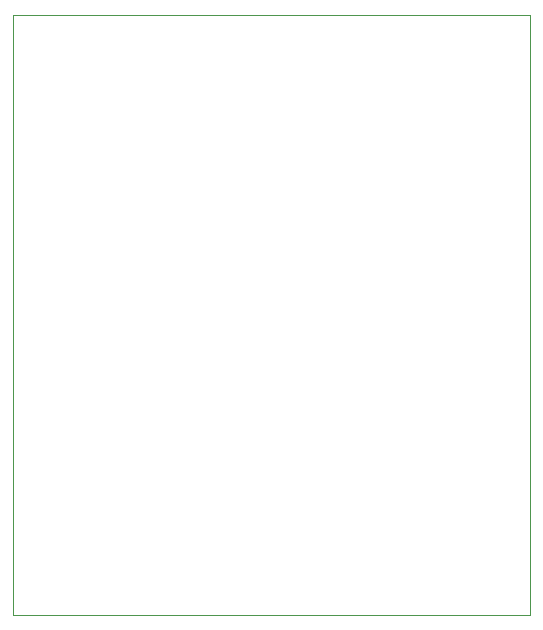
<source format=gto>
G75*
G70*
%OFA0B0*%
%FSLAX24Y24*%
%IPPOS*%
%LPD*%
%AMOC8*
5,1,8,0,0,1.08239X$1,22.5*
%
%ADD10C,0.0000*%
D10*
X011436Y000987D02*
X011436Y020987D01*
X028686Y020987D01*
X028686Y000987D01*
X011436Y000987D01*
M02*

</source>
